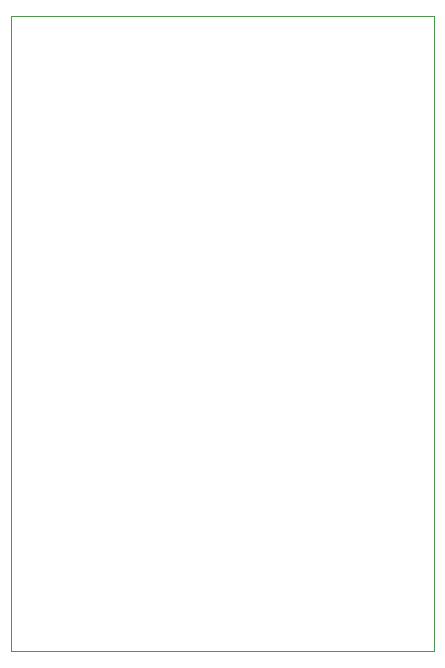
<source format=gbr>
%FSLAX34Y34*%
%MOMM*%
%LNOUTLINE*%
G71*
G01*
%ADD10C, 0.100*%
%LPD*%
G54D10*
X362238Y-5556D02*
X4256Y-5556D01*
X4256Y-543719D01*
X362238Y-543719D01*
X362238Y-5556D01*
M02*

</source>
